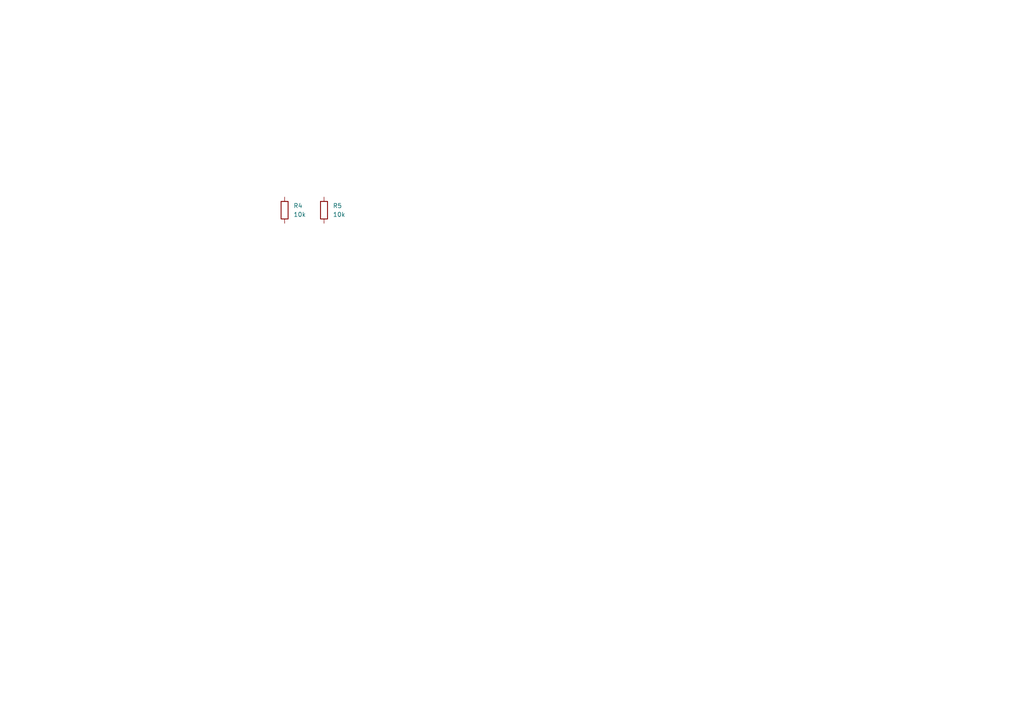
<source format=kicad_sch>
(kicad_sch (version 20231120) (generator "eeschema") (generator_version "8.0")
  (paper "A4")
  (lib_symbols
    (symbol "Device:R" (pin_numbers hide) (pin_names (offset 0))
      (property "Reference" "R" (at 2.032 0 90))
      (property "Value" "R" (at 0 0 90))
      (symbol "R_0_1"
        (rectangle (start -1.016 -2.54) (end 1.016 2.54) (stroke (width 0.254)))
      )
      (symbol "R_1_1"
        (pin passive line (at 0 3.81 270) (length 1.27) (name "~") (number "1"))
        (pin passive line (at 0 -3.81 90) (length 1.27) (name "~") (number "2"))
      )
    )
  )
  (symbol (lib_id "Device:R") (at 93.98 60.96 0) (unit 1)
    (property "Reference" "R5" (at 96.52 59.6899 0) (effects (justify left)))
    (property "Value" "10k" (at 96.52 62.2299 0) (effects (justify left)))
    (property "Footprint" "Resistor_SMD:R_0603_1608Metric" (effects (hide yes)))
    (property "Description" "Resistor" (effects (hide yes)))
    (property "MFG" "0603WAF1002T5E" (effects (hide yes)))
  )
  (symbol (lib_id "Device:R") (at 82.55 60.96 0) (unit 1)
    (property "Reference" "R4" (at 85.09 59.6899 0) (effects (justify left)))
    (property "Value" "10k" (at 85.09 62.2299 0) (effects (justify left)))
    (property "Footprint" "Resistor_SMD:R_0603_1608Metric" (effects (hide yes)))
    (property "Description" "Resistor" (effects (hide yes)))
    (property "MFG" "0603WAF1002T5E" (effects (hide yes)))
  )
)
</source>
